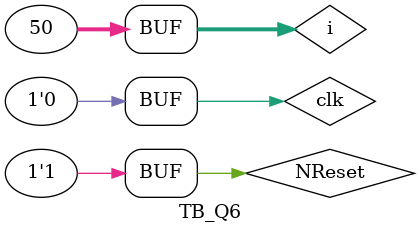
<source format=v>
module RCSC( NReset, clk, Q);
parameter n =8;
input NReset, clk;
output reg [n-1:0] Q;
always @(negedge NReset, posedge clk)
begin
if(!NReset) Q<={1'b1, {n-2{1'b0}}};
else begin
Q <= Q >> 1;
Q[n-1] <= Q[7] ^ Q[3] ^ Q[2] ^Q[1];
end
end
endmodule

module TB_Q6();
integer i;
reg NReset, clk;
wire [7:0] Q;
RCSC TesTB(NReset, clk, Q);
initial
begin
NReset=1;#1; NReset=0; #1; NReset=1;
for( i=0; i<50; i=i+1)begin
clk =1; #20; clk =0; #20;
end
end
endmodule
</source>
